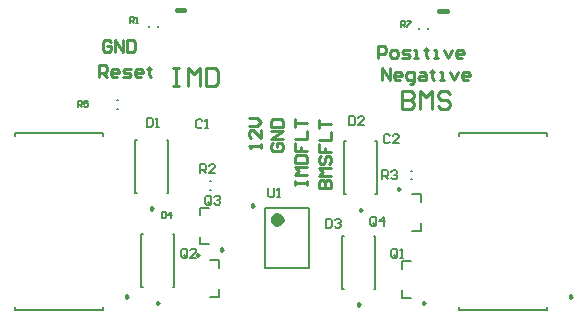
<source format=gto>
G04*
G04 #@! TF.GenerationSoftware,Altium Limited,Altium Designer,19.0.13 (425)*
G04*
G04 Layer_Color=65535*
%FSLAX25Y25*%
%MOIN*%
G70*
G01*
G75*
%ADD10C,0.00984*%
%ADD11C,0.02362*%
%ADD12C,0.00787*%
%ADD13C,0.01575*%
%ADD14C,0.01000*%
%ADD15C,0.00500*%
D10*
X464267Y230768D02*
X463529Y231194D01*
Y230342D01*
X464267Y230768D01*
X410444Y247217D02*
X409706Y247643D01*
Y246791D01*
X410444Y247217D01*
X428728Y263666D02*
X427990Y264092D01*
Y263240D01*
X428728Y263666D01*
X397275Y231268D02*
X396537Y231694D01*
Y230842D01*
X397275Y231268D01*
X534913Y233343D02*
X534175Y233769D01*
Y232917D01*
X534913Y233343D01*
X464759Y262268D02*
X464021Y262694D01*
Y261842D01*
X464759Y262268D01*
X386913Y233343D02*
X386175Y233769D01*
Y232917D01*
X386913Y233343D01*
X477641Y269217D02*
X476903Y269643D01*
Y268791D01*
X477641Y269217D01*
X485775Y231209D02*
X485037Y231635D01*
Y230783D01*
X485775Y231209D01*
X395275Y262768D02*
X394537Y263194D01*
Y262342D01*
X395275Y262768D01*
X418606Y248969D02*
X417868Y249395D01*
Y248543D01*
X418606Y248969D01*
D11*
X437685Y259040D02*
X437240Y259963D01*
X436241Y260191D01*
X435440Y259552D01*
Y258527D01*
X436241Y257888D01*
X437240Y258116D01*
X437685Y259040D01*
D12*
X481086Y275221D02*
X481480D01*
X481086Y272465D02*
X481480D01*
X458263Y235985D02*
Y253701D01*
X469287Y235985D02*
Y253701D01*
X458263Y235985D02*
X458854D01*
X458263Y253701D02*
X458854D01*
X468696Y235985D02*
X469287D01*
X468696Y253701D02*
X469287D01*
X414232Y245445D02*
X417236D01*
Y242886D02*
Y245445D01*
X414232Y233241D02*
X417236D01*
Y235800D01*
X432567Y242898D02*
Y262977D01*
X447134Y242898D02*
Y262977D01*
X432567D02*
X447134D01*
X432567Y242898D02*
X447134D01*
X391271Y236485D02*
Y254201D01*
X402295Y236485D02*
Y254201D01*
X391271Y236485D02*
X391862D01*
X391271Y254201D02*
X391862D01*
X401704Y236485D02*
X402295D01*
X401704Y254201D02*
X402295D01*
X497216Y228815D02*
X526350D01*
X497216Y228816D02*
Y229800D01*
X526350Y228816D02*
Y229800D01*
Y286886D02*
Y287870D01*
X497216Y286886D02*
Y287870D01*
X526350D01*
X458755Y267485D02*
Y285201D01*
X469779Y267485D02*
Y285201D01*
X458755Y267485D02*
X459346D01*
X458755Y285201D02*
X459346D01*
X469188Y267485D02*
X469779D01*
X469188Y285201D02*
X469779D01*
X349216Y228815D02*
X378350D01*
X349216Y228816D02*
Y229800D01*
X378350Y228816D02*
Y229800D01*
Y286886D02*
Y287870D01*
X349216Y286886D02*
Y287870D01*
X378350D01*
X481429Y267445D02*
X484433D01*
Y264886D02*
Y267445D01*
X481429Y255241D02*
X484433D01*
Y257800D01*
X477999Y232981D02*
X481004D01*
X477999D02*
Y235540D01*
Y245185D02*
X481004D01*
X477999Y242627D02*
Y245185D01*
X389271Y267985D02*
Y285701D01*
X400295Y267985D02*
Y285701D01*
X389271Y267985D02*
X389862D01*
X389271Y285701D02*
X389862D01*
X399704Y267985D02*
X400295D01*
X399704Y285701D02*
X400295D01*
X383086Y298721D02*
X383480D01*
X383086Y295965D02*
X383480D01*
X486661Y322646D02*
Y323040D01*
X483905Y322646D02*
Y323040D01*
X396661Y323146D02*
Y323540D01*
X393905Y323146D02*
Y323540D01*
X410830Y250741D02*
X413834D01*
X410830D02*
Y253300D01*
Y262945D02*
X413834D01*
X410830Y260386D02*
Y262945D01*
X414035Y271721D02*
X414429D01*
X414035Y268965D02*
X414429D01*
D13*
X490652Y328493D02*
X493014D01*
X403102Y328993D02*
X405464D01*
D14*
X450501Y269587D02*
X454500D01*
Y271586D01*
X453834Y272253D01*
X453167D01*
X452501Y271586D01*
Y269587D01*
Y271586D01*
X451834Y272253D01*
X451168D01*
X450501Y271586D01*
Y269587D01*
X454500Y273586D02*
X450501D01*
X451834Y274919D01*
X450501Y276252D01*
X454500D01*
X451168Y280250D02*
X450501Y279584D01*
Y278251D01*
X451168Y277585D01*
X451834D01*
X452501Y278251D01*
Y279584D01*
X453167Y280250D01*
X453834D01*
X454500Y279584D01*
Y278251D01*
X453834Y277585D01*
X450501Y284249D02*
Y281583D01*
X452501D01*
Y282916D01*
Y281583D01*
X454500D01*
X450501Y285582D02*
X454500D01*
Y288248D01*
X450501Y289581D02*
Y292247D01*
Y290914D01*
X454500D01*
X442568Y270500D02*
Y271833D01*
Y271166D01*
X446566D01*
Y270500D01*
Y271833D01*
Y273832D02*
X442568D01*
X443901Y275165D01*
X442568Y276498D01*
X446566D01*
X442568Y277831D02*
X446566D01*
Y279830D01*
X445900Y280497D01*
X443234D01*
X442568Y279830D01*
Y277831D01*
Y284495D02*
Y281830D01*
X444567D01*
Y283163D01*
Y281830D01*
X446566D01*
X442568Y285828D02*
X446566D01*
Y288494D01*
X442568Y289827D02*
Y292493D01*
Y291160D01*
X446566D01*
X435168Y284666D02*
X434501Y283999D01*
Y282666D01*
X435168Y282000D01*
X437834D01*
X438500Y282666D01*
Y283999D01*
X437834Y284666D01*
X436501D01*
Y283333D01*
X438500Y285999D02*
X434501D01*
X438500Y288665D01*
X434501D01*
Y289997D02*
X438500D01*
Y291997D01*
X437834Y292663D01*
X435168D01*
X434501Y291997D01*
Y289997D01*
X477999Y301841D02*
Y295843D01*
X480999D01*
X481998Y296843D01*
Y297842D01*
X480999Y298842D01*
X477999D01*
X480999D01*
X481998Y299842D01*
Y300841D01*
X480999Y301841D01*
X477999D01*
X483998Y295843D02*
Y301841D01*
X485997Y299842D01*
X487996Y301841D01*
Y295843D01*
X493994Y300841D02*
X492995Y301841D01*
X490995D01*
X489996Y300841D01*
Y299842D01*
X490995Y298842D01*
X492995D01*
X493994Y297842D01*
Y296843D01*
X492995Y295843D01*
X490995D01*
X489996Y296843D01*
X377283Y306500D02*
Y310499D01*
X379282D01*
X379949Y309832D01*
Y308499D01*
X379282Y307833D01*
X377283D01*
X378616D02*
X379949Y306500D01*
X383281D02*
X381948D01*
X381282Y307166D01*
Y308499D01*
X381948Y309166D01*
X383281D01*
X383947Y308499D01*
Y307833D01*
X381282D01*
X385280Y306500D02*
X387280D01*
X387946Y307166D01*
X387280Y307833D01*
X385947D01*
X385280Y308499D01*
X385947Y309166D01*
X387946D01*
X391279Y306500D02*
X389946D01*
X389279Y307166D01*
Y308499D01*
X389946Y309166D01*
X391279D01*
X391945Y308499D01*
Y307833D01*
X389279D01*
X393944Y309832D02*
Y309166D01*
X393278D01*
X394611D01*
X393944D01*
Y307166D01*
X394611Y306500D01*
X471500Y305500D02*
Y309499D01*
X474166Y305500D01*
Y309499D01*
X477498Y305500D02*
X476165D01*
X475499Y306166D01*
Y307499D01*
X476165Y308166D01*
X477498D01*
X478164Y307499D01*
Y306833D01*
X475499D01*
X480830Y304167D02*
X481497D01*
X482163Y304834D01*
Y308166D01*
X480164D01*
X479497Y307499D01*
Y306166D01*
X480164Y305500D01*
X482163D01*
X484163Y308166D02*
X485496D01*
X486162Y307499D01*
Y305500D01*
X484163D01*
X483496Y306166D01*
X484163Y306833D01*
X486162D01*
X488161Y308832D02*
Y308166D01*
X487495D01*
X488828D01*
X488161D01*
Y306166D01*
X488828Y305500D01*
X490827D02*
X492160D01*
X491494D01*
Y308166D01*
X490827D01*
X494159D02*
X495492Y305500D01*
X496825Y308166D01*
X500157Y305500D02*
X498825D01*
X498158Y306166D01*
Y307499D01*
X498825Y308166D01*
X500157D01*
X500824Y307499D01*
Y306833D01*
X498158D01*
X401704Y309498D02*
X403704D01*
X402704D01*
Y303500D01*
X401704D01*
X403704D01*
X406703D02*
Y309498D01*
X408702Y307499D01*
X410701Y309498D01*
Y303500D01*
X412701Y309498D02*
Y303500D01*
X415700D01*
X416699Y304500D01*
Y308498D01*
X415700Y309498D01*
X412701D01*
X381016Y318332D02*
X380349Y318999D01*
X379016D01*
X378350Y318332D01*
Y315666D01*
X379016Y315000D01*
X380349D01*
X381016Y315666D01*
Y316999D01*
X379683D01*
X382349Y315000D02*
Y318999D01*
X385014Y315000D01*
Y318999D01*
X386347D02*
Y315000D01*
X388347D01*
X389013Y315666D01*
Y318332D01*
X388347Y318999D01*
X386347D01*
X431000Y283000D02*
Y284333D01*
Y283666D01*
X427001D01*
X427668Y283000D01*
X431000Y288998D02*
Y286332D01*
X428334Y288998D01*
X427668D01*
X427001Y288332D01*
Y286999D01*
X427668Y286332D01*
X427001Y290331D02*
X429667D01*
X431000Y291664D01*
X429667Y292997D01*
X427001D01*
X470090Y313000D02*
Y316999D01*
X472090D01*
X472756Y316332D01*
Y314999D01*
X472090Y314333D01*
X470090D01*
X474756Y313000D02*
X476089D01*
X476755Y313666D01*
Y314999D01*
X476089Y315666D01*
X474756D01*
X474089Y314999D01*
Y313666D01*
X474756Y313000D01*
X478088D02*
X480087D01*
X480754Y313666D01*
X480087Y314333D01*
X478754D01*
X478088Y314999D01*
X478754Y315666D01*
X480754D01*
X482087Y313000D02*
X483420D01*
X482753D01*
Y315666D01*
X482087D01*
X486085Y316332D02*
Y315666D01*
X485419D01*
X486752D01*
X486085D01*
Y313666D01*
X486752Y313000D01*
X488751D02*
X490084D01*
X489418D01*
Y315666D01*
X488751D01*
X492083D02*
X493416Y313000D01*
X494749Y315666D01*
X498081Y313000D02*
X496749D01*
X496082Y313666D01*
Y314999D01*
X496749Y315666D01*
X498081D01*
X498748Y314999D01*
Y314333D01*
X496082D01*
D15*
X433567Y269437D02*
Y266937D01*
X434067Y266438D01*
X435067D01*
X435567Y266937D01*
Y269437D01*
X436566Y266438D02*
X437566D01*
X437066D01*
Y269437D01*
X436566Y268937D01*
X477683Y323146D02*
Y325146D01*
X478683D01*
X479016Y324812D01*
Y324146D01*
X478683Y323813D01*
X477683D01*
X478349D02*
X479016Y323146D01*
X479682Y325146D02*
X481015D01*
Y324812D01*
X479682Y323479D01*
Y323146D01*
X370000Y296500D02*
Y298499D01*
X371000D01*
X371333Y298166D01*
Y297500D01*
X371000Y297166D01*
X370000D01*
X370666D02*
X371333Y296500D01*
X373332Y298499D02*
X371999D01*
Y297500D01*
X372666Y297833D01*
X372999D01*
X373332Y297500D01*
Y296833D01*
X372999Y296500D01*
X372333D01*
X371999Y296833D01*
X471500Y272500D02*
Y275499D01*
X472999D01*
X473499Y274999D01*
Y274000D01*
X472999Y273500D01*
X471500D01*
X472500D02*
X473499Y272500D01*
X474499Y274999D02*
X474999Y275499D01*
X475998D01*
X476498Y274999D01*
Y274499D01*
X475998Y274000D01*
X475499D01*
X475998D01*
X476498Y273500D01*
Y273000D01*
X475998Y272500D01*
X474999D01*
X474499Y273000D01*
X410830Y274500D02*
Y277499D01*
X412330D01*
X412830Y276999D01*
Y275999D01*
X412330Y275500D01*
X410830D01*
X411830D02*
X412830Y274500D01*
X415829D02*
X413829D01*
X415829Y276499D01*
Y276999D01*
X415329Y277499D01*
X414329D01*
X413829Y276999D01*
X387500Y324500D02*
Y326499D01*
X388500D01*
X388833Y326166D01*
Y325500D01*
X388500Y325166D01*
X387500D01*
X388166D02*
X388833Y324500D01*
X389499D02*
X390166D01*
X389833D01*
Y326499D01*
X389499Y326166D01*
X469499Y257500D02*
Y259499D01*
X468999Y259999D01*
X468000D01*
X467500Y259499D01*
Y257500D01*
X468000Y257000D01*
X468999D01*
X468500Y258000D02*
X469499Y257000D01*
X468999D02*
X469499Y257500D01*
X471999Y257000D02*
Y259999D01*
X470499Y258500D01*
X472498D01*
X414499Y264500D02*
Y266499D01*
X414000Y266999D01*
X413000D01*
X412500Y266499D01*
Y264500D01*
X413000Y264000D01*
X414000D01*
X413500Y265000D02*
X414499Y264000D01*
X414000D02*
X414499Y264500D01*
X415499Y266499D02*
X415999Y266999D01*
X416998D01*
X417498Y266499D01*
Y265999D01*
X416998Y265499D01*
X416499D01*
X416998D01*
X417498Y265000D01*
Y264500D01*
X416998Y264000D01*
X415999D01*
X415499Y264500D01*
X406499Y246843D02*
Y248842D01*
X406000Y249342D01*
X405000D01*
X404500Y248842D01*
Y246843D01*
X405000Y246343D01*
X406000D01*
X405500Y247343D02*
X406499Y246343D01*
X406000D02*
X406499Y246843D01*
X409498Y246343D02*
X407499D01*
X409498Y248342D01*
Y248842D01*
X408998Y249342D01*
X407999D01*
X407499Y248842D01*
X476499Y246843D02*
Y248842D01*
X475999Y249342D01*
X475000D01*
X474500Y248842D01*
Y246843D01*
X475000Y246343D01*
X475999D01*
X475500Y247343D02*
X476499Y246343D01*
X475999D02*
X476499Y246843D01*
X477499Y246343D02*
X478499D01*
X477999D01*
Y249342D01*
X477499Y248842D01*
X398000Y261499D02*
Y259500D01*
X399000D01*
X399333Y259833D01*
Y261166D01*
X399000Y261499D01*
X398000D01*
X400999Y259500D02*
Y261499D01*
X399999Y260500D01*
X401332D01*
X452783Y259342D02*
Y256343D01*
X454283D01*
X454782Y256843D01*
Y258842D01*
X454283Y259342D01*
X452783D01*
X455782Y258842D02*
X456282Y259342D01*
X457281D01*
X457781Y258842D01*
Y258342D01*
X457281Y257842D01*
X456782D01*
X457281D01*
X457781Y257343D01*
Y256843D01*
X457281Y256343D01*
X456282D01*
X455782Y256843D01*
X460500Y293499D02*
Y290500D01*
X462000D01*
X462499Y291000D01*
Y292999D01*
X462000Y293499D01*
X460500D01*
X465498Y290500D02*
X463499D01*
X465498Y292499D01*
Y292999D01*
X464998Y293499D01*
X463999D01*
X463499Y292999D01*
X393000Y292999D02*
Y290000D01*
X394499D01*
X394999Y290500D01*
Y292499D01*
X394499Y292999D01*
X393000D01*
X395999Y290000D02*
X396999D01*
X396499D01*
Y292999D01*
X395999Y292499D01*
X473999Y286999D02*
X473499Y287499D01*
X472500D01*
X472000Y286999D01*
Y285000D01*
X472500Y284500D01*
X473499D01*
X473999Y285000D01*
X476998Y284500D02*
X474999D01*
X476998Y286499D01*
Y286999D01*
X476499Y287499D01*
X475499D01*
X474999Y286999D01*
X411499Y291999D02*
X410999Y292499D01*
X410000D01*
X409500Y291999D01*
Y290000D01*
X410000Y289500D01*
X410999D01*
X411499Y290000D01*
X412499Y289500D02*
X413499D01*
X412999D01*
Y292499D01*
X412499Y291999D01*
M02*

</source>
